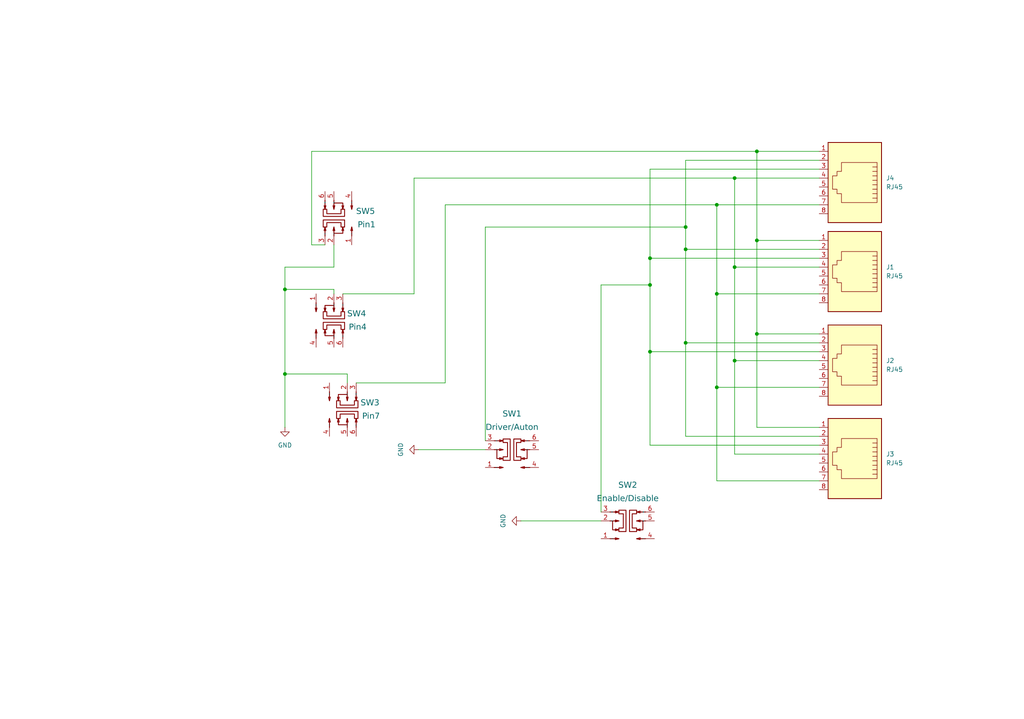
<source format=kicad_sch>
(kicad_sch
	(version 20250114)
	(generator "eeschema")
	(generator_version "9.0")
	(uuid "857c48cf-1c05-4729-977c-4e262b3e790e")
	(paper "User" 292.1 205.105)
	(lib_symbols
		(symbol "Connector:RJ45"
			(pin_names
				(offset 1.016)
			)
			(exclude_from_sim no)
			(in_bom yes)
			(on_board yes)
			(property "Reference" "J"
				(at -5.08 13.97 0)
				(effects
					(font
						(size 1.27 1.27)
					)
					(justify right)
				)
			)
			(property "Value" "RJ45"
				(at 2.54 13.97 0)
				(effects
					(font
						(size 1.27 1.27)
					)
					(justify left)
				)
			)
			(property "Footprint" ""
				(at 0 0.635 90)
				(effects
					(font
						(size 1.27 1.27)
					)
					(hide yes)
				)
			)
			(property "Datasheet" "~"
				(at 0 0.635 90)
				(effects
					(font
						(size 1.27 1.27)
					)
					(hide yes)
				)
			)
			(property "Description" "RJ connector, 8P8C (8 positions 8 connected)"
				(at 0 0 0)
				(effects
					(font
						(size 1.27 1.27)
					)
					(hide yes)
				)
			)
			(property "ki_keywords" "8P8C RJ socket connector"
				(at 0 0 0)
				(effects
					(font
						(size 1.27 1.27)
					)
					(hide yes)
				)
			)
			(property "ki_fp_filters" "8P8C* RJ31* RJ32* RJ33* RJ34* RJ35* RJ41* RJ45* RJ49* RJ61*"
				(at 0 0 0)
				(effects
					(font
						(size 1.27 1.27)
					)
					(hide yes)
				)
			)
			(symbol "RJ45_0_1"
				(polyline
					(pts
						(xy -6.35 1.905) (xy -5.08 1.905) (xy -5.08 1.905)
					)
					(stroke
						(width 0)
						(type default)
					)
					(fill
						(type none)
					)
				)
				(polyline
					(pts
						(xy -6.35 0.635) (xy -5.08 0.635) (xy -5.08 0.635)
					)
					(stroke
						(width 0)
						(type default)
					)
					(fill
						(type none)
					)
				)
				(polyline
					(pts
						(xy -6.35 -0.635) (xy -5.08 -0.635) (xy -5.08 -0.635)
					)
					(stroke
						(width 0)
						(type default)
					)
					(fill
						(type none)
					)
				)
				(polyline
					(pts
						(xy -6.35 -1.905) (xy -5.08 -1.905) (xy -5.08 -1.905)
					)
					(stroke
						(width 0)
						(type default)
					)
					(fill
						(type none)
					)
				)
				(polyline
					(pts
						(xy -6.35 -3.175) (xy -5.08 -3.175) (xy -5.08 -3.175)
					)
					(stroke
						(width 0)
						(type default)
					)
					(fill
						(type none)
					)
				)
				(polyline
					(pts
						(xy -6.35 -4.445) (xy -6.35 6.985) (xy 3.81 6.985) (xy 3.81 4.445) (xy 5.08 4.445) (xy 5.08 3.175)
						(xy 6.35 3.175) (xy 6.35 -0.635) (xy 5.08 -0.635) (xy 5.08 -1.905) (xy 3.81 -1.905) (xy 3.81 -4.445)
						(xy -6.35 -4.445) (xy -6.35 -4.445)
					)
					(stroke
						(width 0)
						(type default)
					)
					(fill
						(type none)
					)
				)
				(polyline
					(pts
						(xy -5.08 5.715) (xy -6.35 5.715)
					)
					(stroke
						(width 0)
						(type default)
					)
					(fill
						(type none)
					)
				)
				(polyline
					(pts
						(xy -5.08 4.445) (xy -6.35 4.445)
					)
					(stroke
						(width 0)
						(type default)
					)
					(fill
						(type none)
					)
				)
				(polyline
					(pts
						(xy -5.08 3.175) (xy -6.35 3.175) (xy -6.35 3.175)
					)
					(stroke
						(width 0)
						(type default)
					)
					(fill
						(type none)
					)
				)
				(rectangle
					(start 7.62 12.7)
					(end -7.62 -10.16)
					(stroke
						(width 0.254)
						(type default)
					)
					(fill
						(type background)
					)
				)
			)
			(symbol "RJ45_1_1"
				(pin passive line
					(at 10.16 10.16 180)
					(length 2.54)
					(name "~"
						(effects
							(font
								(size 1.27 1.27)
							)
						)
					)
					(number "8"
						(effects
							(font
								(size 1.27 1.27)
							)
						)
					)
				)
				(pin passive line
					(at 10.16 7.62 180)
					(length 2.54)
					(name "~"
						(effects
							(font
								(size 1.27 1.27)
							)
						)
					)
					(number "7"
						(effects
							(font
								(size 1.27 1.27)
							)
						)
					)
				)
				(pin passive line
					(at 10.16 5.08 180)
					(length 2.54)
					(name "~"
						(effects
							(font
								(size 1.27 1.27)
							)
						)
					)
					(number "6"
						(effects
							(font
								(size 1.27 1.27)
							)
						)
					)
				)
				(pin passive line
					(at 10.16 2.54 180)
					(length 2.54)
					(name "~"
						(effects
							(font
								(size 1.27 1.27)
							)
						)
					)
					(number "5"
						(effects
							(font
								(size 1.27 1.27)
							)
						)
					)
				)
				(pin passive line
					(at 10.16 0 180)
					(length 2.54)
					(name "~"
						(effects
							(font
								(size 1.27 1.27)
							)
						)
					)
					(number "4"
						(effects
							(font
								(size 1.27 1.27)
							)
						)
					)
				)
				(pin passive line
					(at 10.16 -2.54 180)
					(length 2.54)
					(name "~"
						(effects
							(font
								(size 1.27 1.27)
							)
						)
					)
					(number "3"
						(effects
							(font
								(size 1.27 1.27)
							)
						)
					)
				)
				(pin passive line
					(at 10.16 -5.08 180)
					(length 2.54)
					(name "~"
						(effects
							(font
								(size 1.27 1.27)
							)
						)
					)
					(number "2"
						(effects
							(font
								(size 1.27 1.27)
							)
						)
					)
				)
				(pin passive line
					(at 10.16 -7.62 180)
					(length 2.54)
					(name "~"
						(effects
							(font
								(size 1.27 1.27)
							)
						)
					)
					(number "1"
						(effects
							(font
								(size 1.27 1.27)
							)
						)
					)
				)
			)
			(embedded_fonts no)
		)
		(symbol "Library:MS-22D28-G020"
			(exclude_from_sim no)
			(in_bom yes)
			(on_board yes)
			(property "Reference" "SW1"
				(at 3.556 0.8509 0)
				(effects
					(font
						(face "Arial")
						(size 1.6891 1.6891)
					)
					(justify left top)
				)
			)
			(property "Value" "MS-22D28-G020"
				(at 3.556 -1.4351 0)
				(effects
					(font
						(face "Arial")
						(size 1.6891 1.6891)
					)
					(justify left top)
				)
			)
			(property "Footprint" ""
				(at 0 0 0)
				(effects
					(font
						(size 1.27 1.27)
					)
					(hide yes)
				)
			)
			(property "Datasheet" ""
				(at 0 0 0)
				(effects
					(font
						(size 1.27 1.27)
					)
					(hide yes)
				)
			)
			(property "Description" ""
				(at 0 0 0)
				(effects
					(font
						(size 1.27 1.27)
					)
					(hide yes)
				)
			)
			(property "Manufacturer Part" "MS-22D28-G020"
				(at 0 0 0)
				(effects
					(font
						(size 1.27 1.27)
					)
					(hide yes)
				)
			)
			(property "Manufacturer" "G-Switch(品赞)"
				(at 0 0 0)
				(effects
					(font
						(size 1.27 1.27)
					)
					(hide yes)
				)
			)
			(property "Supplier Part" "C963205"
				(at 0 0 0)
				(effects
					(font
						(size 1.27 1.27)
					)
					(hide yes)
				)
			)
			(property "Supplier" "LCSC"
				(at 0 0 0)
				(effects
					(font
						(size 1.27 1.27)
					)
					(hide yes)
				)
			)
			(symbol "MS-22D28-G020_0_0"
				(polyline
					(pts
						(xy -5.08 5.08) (xy -5.08 2.54) (xy -4.826 3.556)
					)
					(stroke
						(width 0.254)
						(type solid)
					)
					(fill
						(type none)
					)
				)
				(polyline
					(pts
						(xy -5.08 2.54) (xy -5.334 3.556)
					)
					(stroke
						(width 0.254)
						(type solid)
					)
					(fill
						(type none)
					)
				)
				(polyline
					(pts
						(xy -5.08 -2.54) (xy -5.334 -3.556)
					)
					(stroke
						(width 0.254)
						(type solid)
					)
					(fill
						(type none)
					)
				)
				(polyline
					(pts
						(xy -5.08 -5.08) (xy -5.08 -2.54) (xy -4.826 -3.556)
					)
					(stroke
						(width 0.254)
						(type solid)
					)
					(fill
						(type none)
					)
				)
				(polyline
					(pts
						(xy -3.048 1.27) (xy -3.048 2.54) (xy -2.032 2.54) (xy -2.032 1.27) (xy 2.032 1.27) (xy 2.032 2.54)
						(xy 3.048 2.54) (xy 3.048 0.508) (xy -3.048 0.508) (xy -3.048 1.27)
					)
					(stroke
						(width 0.254)
						(type solid)
					)
					(fill
						(type none)
					)
				)
				(polyline
					(pts
						(xy -3.048 -1.27) (xy -3.048 -2.54) (xy -2.032 -2.54) (xy -2.032 -1.27) (xy 2.032 -1.27) (xy 2.032 -2.54)
						(xy 3.048 -2.54) (xy 3.048 -0.508) (xy -3.048 -0.508) (xy -3.048 -1.27)
					)
					(stroke
						(width 0.254)
						(type solid)
					)
					(fill
						(type none)
					)
				)
				(polyline
					(pts
						(xy -2.54 2.54) (xy -2.794 3.556)
					)
					(stroke
						(width 0.254)
						(type solid)
					)
					(fill
						(type none)
					)
				)
				(polyline
					(pts
						(xy -2.54 2.54) (xy -2.286 3.556)
					)
					(stroke
						(width 0.254)
						(type solid)
					)
					(fill
						(type none)
					)
				)
				(polyline
					(pts
						(xy -2.54 2.54) (xy -2.54 4.318) (xy 0 4.318)
					)
					(stroke
						(width 0.254)
						(type solid)
					)
					(fill
						(type none)
					)
				)
				(polyline
					(pts
						(xy -2.54 -2.54) (xy -2.794 -3.556)
					)
					(stroke
						(width 0.254)
						(type solid)
					)
					(fill
						(type none)
					)
				)
				(polyline
					(pts
						(xy -2.54 -2.54) (xy -2.286 -3.556)
					)
					(stroke
						(width 0.254)
						(type solid)
					)
					(fill
						(type none)
					)
				)
				(polyline
					(pts
						(xy -2.54 -2.54) (xy -2.54 -4.318) (xy 0 -4.318)
					)
					(stroke
						(width 0.254)
						(type solid)
					)
					(fill
						(type none)
					)
				)
				(polyline
					(pts
						(xy 0 5.08) (xy 0 2.54) (xy -0.254 3.556)
					)
					(stroke
						(width 0.254)
						(type solid)
					)
					(fill
						(type none)
					)
				)
				(polyline
					(pts
						(xy 0 2.54) (xy 0.254 3.556)
					)
					(stroke
						(width 0.254)
						(type solid)
					)
					(fill
						(type none)
					)
				)
				(polyline
					(pts
						(xy 0 -2.54) (xy 0.254 -3.556)
					)
					(stroke
						(width 0.254)
						(type solid)
					)
					(fill
						(type none)
					)
				)
				(polyline
					(pts
						(xy 0 -5.08) (xy 0 -2.54) (xy -0.254 -3.556)
					)
					(stroke
						(width 0.254)
						(type solid)
					)
					(fill
						(type none)
					)
				)
				(polyline
					(pts
						(xy 2.54 2.54) (xy 2.286 3.556)
					)
					(stroke
						(width 0.254)
						(type solid)
					)
					(fill
						(type none)
					)
				)
				(polyline
					(pts
						(xy 2.54 2.54) (xy 2.54 5.08)
					)
					(stroke
						(width 0.254)
						(type solid)
					)
					(fill
						(type none)
					)
				)
				(polyline
					(pts
						(xy 2.54 2.54) (xy 2.794 3.556)
					)
					(stroke
						(width 0.254)
						(type solid)
					)
					(fill
						(type none)
					)
				)
				(polyline
					(pts
						(xy 2.54 -2.54) (xy 2.286 -3.556)
					)
					(stroke
						(width 0.254)
						(type solid)
					)
					(fill
						(type none)
					)
				)
				(polyline
					(pts
						(xy 2.54 -2.54) (xy 2.54 -5.08)
					)
					(stroke
						(width 0.254)
						(type solid)
					)
					(fill
						(type none)
					)
				)
				(polyline
					(pts
						(xy 2.54 -2.54) (xy 2.794 -3.556)
					)
					(stroke
						(width 0.254)
						(type solid)
					)
					(fill
						(type none)
					)
				)
				(pin unspecified line
					(at -5.08 7.62 270)
					(length 2.54)
					(name "1"
						(effects
							(font
								(size 0.0254 0.0254)
							)
						)
					)
					(number "1"
						(effects
							(font
								(size 1.27 1.27)
							)
						)
					)
				)
				(pin unspecified line
					(at -5.08 -7.62 90)
					(length 2.54)
					(name "4"
						(effects
							(font
								(size 0.0254 0.0254)
							)
						)
					)
					(number "4"
						(effects
							(font
								(size 1.27 1.27)
							)
						)
					)
				)
				(pin unspecified line
					(at 0 7.62 270)
					(length 2.54)
					(name "2"
						(effects
							(font
								(size 0.0254 0.0254)
							)
						)
					)
					(number "2"
						(effects
							(font
								(size 1.27 1.27)
							)
						)
					)
				)
				(pin unspecified line
					(at 0 -7.62 90)
					(length 2.54)
					(name "5"
						(effects
							(font
								(size 0.0254 0.0254)
							)
						)
					)
					(number "5"
						(effects
							(font
								(size 1.27 1.27)
							)
						)
					)
				)
				(pin unspecified line
					(at 2.54 7.62 270)
					(length 2.54)
					(name "3"
						(effects
							(font
								(size 0.0254 0.0254)
							)
						)
					)
					(number "3"
						(effects
							(font
								(size 1.27 1.27)
							)
						)
					)
				)
				(pin unspecified line
					(at 2.54 -7.62 90)
					(length 2.54)
					(name "6"
						(effects
							(font
								(size 0.0254 0.0254)
							)
						)
					)
					(number "6"
						(effects
							(font
								(size 1.27 1.27)
							)
						)
					)
				)
			)
			(embedded_fonts no)
		)
		(symbol "power:GND"
			(power)
			(pin_numbers
				(hide yes)
			)
			(pin_names
				(offset 0)
				(hide yes)
			)
			(exclude_from_sim no)
			(in_bom yes)
			(on_board yes)
			(property "Reference" "#PWR"
				(at 0 -6.35 0)
				(effects
					(font
						(size 1.27 1.27)
					)
					(hide yes)
				)
			)
			(property "Value" "GND"
				(at 0 -3.81 0)
				(effects
					(font
						(size 1.27 1.27)
					)
				)
			)
			(property "Footprint" ""
				(at 0 0 0)
				(effects
					(font
						(size 1.27 1.27)
					)
					(hide yes)
				)
			)
			(property "Datasheet" ""
				(at 0 0 0)
				(effects
					(font
						(size 1.27 1.27)
					)
					(hide yes)
				)
			)
			(property "Description" "Power symbol creates a global label with name \"GND\" , ground"
				(at 0 0 0)
				(effects
					(font
						(size 1.27 1.27)
					)
					(hide yes)
				)
			)
			(property "ki_keywords" "global power"
				(at 0 0 0)
				(effects
					(font
						(size 1.27 1.27)
					)
					(hide yes)
				)
			)
			(symbol "GND_0_1"
				(polyline
					(pts
						(xy 0 0) (xy 0 -1.27) (xy 1.27 -1.27) (xy 0 -2.54) (xy -1.27 -1.27) (xy 0 -1.27)
					)
					(stroke
						(width 0)
						(type default)
					)
					(fill
						(type none)
					)
				)
			)
			(symbol "GND_1_1"
				(pin power_in line
					(at 0 0 270)
					(length 0)
					(name "~"
						(effects
							(font
								(size 1.27 1.27)
							)
						)
					)
					(number "1"
						(effects
							(font
								(size 1.27 1.27)
							)
						)
					)
				)
			)
			(embedded_fonts no)
		)
	)
	(junction
		(at 204.47 83.82)
		(diameter 0)
		(color 0 0 0 0)
		(uuid "0ffbbe62-6b70-4dfe-80c4-29e132ff4a66")
	)
	(junction
		(at 195.58 97.79)
		(diameter 0)
		(color 0 0 0 0)
		(uuid "1b4466b5-fba6-40f8-8832-1afad605607f")
	)
	(junction
		(at 209.55 50.8)
		(diameter 0)
		(color 0 0 0 0)
		(uuid "39bef134-1585-4fca-9565-6a65c53d6465")
	)
	(junction
		(at 185.42 73.66)
		(diameter 0)
		(color 0 0 0 0)
		(uuid "3dbe2eca-de3e-49a9-8835-fe50e350ed7e")
	)
	(junction
		(at 215.9 68.58)
		(diameter 0)
		(color 0 0 0 0)
		(uuid "3ffc1dbc-f575-4ffd-98de-898ac030f794")
	)
	(junction
		(at 195.58 71.12)
		(diameter 0)
		(color 0 0 0 0)
		(uuid "4213702e-f6b0-46f8-96a6-90379b8df6d2")
	)
	(junction
		(at 204.47 110.49)
		(diameter 0)
		(color 0 0 0 0)
		(uuid "6fd83469-a338-4bbb-9423-8159a95c6b3a")
	)
	(junction
		(at 185.42 100.33)
		(diameter 0)
		(color 0 0 0 0)
		(uuid "77a2e512-62ec-4c76-a6b3-19e0e1e9f54a")
	)
	(junction
		(at 215.9 95.25)
		(diameter 0)
		(color 0 0 0 0)
		(uuid "8bf57628-ecd1-4171-a9b6-1e84a8939e04")
	)
	(junction
		(at 209.55 102.87)
		(diameter 0)
		(color 0 0 0 0)
		(uuid "92a82ef1-f5aa-4b80-807a-f183bf5c636a")
	)
	(junction
		(at 195.58 64.77)
		(diameter 0)
		(color 0 0 0 0)
		(uuid "9a34a94a-6dbc-40f4-b4fe-627ce87b2514")
	)
	(junction
		(at 204.47 58.42)
		(diameter 0)
		(color 0 0 0 0)
		(uuid "9fedc6e5-a9f8-41c8-b9e2-98fb0b287db2")
	)
	(junction
		(at 81.28 82.55)
		(diameter 0)
		(color 0 0 0 0)
		(uuid "db2d594d-8dbd-42c9-a9b2-681e3a91551f")
	)
	(junction
		(at 185.42 81.28)
		(diameter 0)
		(color 0 0 0 0)
		(uuid "e40b49af-dfd9-47e5-a99a-18d41764325a")
	)
	(junction
		(at 209.55 76.2)
		(diameter 0)
		(color 0 0 0 0)
		(uuid "eb8d4770-b7c6-40a9-9832-2a39759a7f8b")
	)
	(junction
		(at 81.28 106.68)
		(diameter 0)
		(color 0 0 0 0)
		(uuid "ee32a41e-bc05-4120-b8c2-f06a4ba767e9")
	)
	(junction
		(at 215.9 43.18)
		(diameter 0)
		(color 0 0 0 0)
		(uuid "f9c3babc-4a12-47c4-a021-753bdb9f831c")
	)
	(wire
		(pts
			(xy 88.9 43.18) (xy 88.9 69.85)
		)
		(stroke
			(width 0)
			(type default)
		)
		(uuid "05b30a1a-3668-4123-a17a-407d3053c166")
	)
	(wire
		(pts
			(xy 233.68 43.18) (xy 215.9 43.18)
		)
		(stroke
			(width 0)
			(type default)
		)
		(uuid "0605672b-b8d0-4c78-af15-f0413f7442e6")
	)
	(wire
		(pts
			(xy 215.9 95.25) (xy 233.68 95.25)
		)
		(stroke
			(width 0)
			(type default)
		)
		(uuid "07033d87-686d-4c26-903d-981a55156d72")
	)
	(wire
		(pts
			(xy 185.42 48.26) (xy 185.42 73.66)
		)
		(stroke
			(width 0)
			(type default)
		)
		(uuid "07af304e-0408-4da8-8063-850def8168ed")
	)
	(wire
		(pts
			(xy 204.47 110.49) (xy 204.47 137.16)
		)
		(stroke
			(width 0)
			(type default)
		)
		(uuid "0db8b31e-7d1c-4780-b0a3-99d73fec1f55")
	)
	(wire
		(pts
			(xy 185.42 81.28) (xy 185.42 100.33)
		)
		(stroke
			(width 0)
			(type default)
		)
		(uuid "13a525fd-b3c3-4f04-b570-f3f91e2600df")
	)
	(wire
		(pts
			(xy 95.25 83.82) (xy 95.25 82.55)
		)
		(stroke
			(width 0)
			(type default)
		)
		(uuid "14015324-fcca-40ac-af4f-4ecbc40a9fc2")
	)
	(wire
		(pts
			(xy 215.9 68.58) (xy 233.68 68.58)
		)
		(stroke
			(width 0)
			(type default)
		)
		(uuid "17f9522a-a1d3-4857-b82d-deaa476e3c38")
	)
	(wire
		(pts
			(xy 95.25 69.85) (xy 95.25 76.2)
		)
		(stroke
			(width 0)
			(type default)
		)
		(uuid "24b39c7e-7d4a-4508-b5d4-30f78a7ff468")
	)
	(wire
		(pts
			(xy 81.28 76.2) (xy 95.25 76.2)
		)
		(stroke
			(width 0)
			(type default)
		)
		(uuid "2db5728e-7e58-43c1-b73f-152119f626d4")
	)
	(wire
		(pts
			(xy 171.45 81.28) (xy 171.45 146.05)
		)
		(stroke
			(width 0)
			(type default)
		)
		(uuid "2f3e6e54-d644-4770-9f21-af17d95224b0")
	)
	(wire
		(pts
			(xy 138.43 64.77) (xy 138.43 125.73)
		)
		(stroke
			(width 0)
			(type default)
		)
		(uuid "38d3f1f6-ee99-42a6-b3b7-3e2561fcf755")
	)
	(wire
		(pts
			(xy 185.42 100.33) (xy 185.42 127)
		)
		(stroke
			(width 0)
			(type default)
		)
		(uuid "39fc8bdd-da05-4bc0-9940-a865345cca76")
	)
	(wire
		(pts
			(xy 195.58 97.79) (xy 195.58 124.46)
		)
		(stroke
			(width 0)
			(type default)
		)
		(uuid "3dea910d-c7d6-4ee1-a968-7d711019202a")
	)
	(wire
		(pts
			(xy 195.58 71.12) (xy 233.68 71.12)
		)
		(stroke
			(width 0)
			(type default)
		)
		(uuid "3f13961d-ab36-48df-9776-189c0461090f")
	)
	(wire
		(pts
			(xy 88.9 69.85) (xy 92.71 69.85)
		)
		(stroke
			(width 0)
			(type default)
		)
		(uuid "3f7fa3d7-8f01-453b-afc0-dfc6c2eda9d5")
	)
	(wire
		(pts
			(xy 195.58 124.46) (xy 233.68 124.46)
		)
		(stroke
			(width 0)
			(type default)
		)
		(uuid "43218615-3d74-44e5-bf4e-6083effa8c1a")
	)
	(wire
		(pts
			(xy 209.55 50.8) (xy 209.55 76.2)
		)
		(stroke
			(width 0)
			(type default)
		)
		(uuid "48c2cc95-89c3-439a-be28-c14cacc83916")
	)
	(wire
		(pts
			(xy 209.55 50.8) (xy 118.11 50.8)
		)
		(stroke
			(width 0)
			(type default)
		)
		(uuid "4ee372c4-26ca-49de-ae7a-41b75176ea1a")
	)
	(wire
		(pts
			(xy 195.58 45.72) (xy 195.58 64.77)
		)
		(stroke
			(width 0)
			(type default)
		)
		(uuid "4ee51e7f-60f7-49ce-aa88-e08e74da5a5c")
	)
	(wire
		(pts
			(xy 185.42 127) (xy 233.68 127)
		)
		(stroke
			(width 0)
			(type default)
		)
		(uuid "50c773c5-020a-4166-a78b-774a551710b8")
	)
	(wire
		(pts
			(xy 118.11 50.8) (xy 118.11 83.82)
		)
		(stroke
			(width 0)
			(type default)
		)
		(uuid "5599793e-f08c-4dfb-9982-139cbc482c2f")
	)
	(wire
		(pts
			(xy 88.9 43.18) (xy 215.9 43.18)
		)
		(stroke
			(width 0)
			(type default)
		)
		(uuid "572dde5c-911b-4b28-8323-7112211ff180")
	)
	(wire
		(pts
			(xy 233.68 45.72) (xy 195.58 45.72)
		)
		(stroke
			(width 0)
			(type default)
		)
		(uuid "58a7553c-5d8e-409a-a488-4072f22907ec")
	)
	(wire
		(pts
			(xy 99.06 106.68) (xy 81.28 106.68)
		)
		(stroke
			(width 0)
			(type default)
		)
		(uuid "5e37620f-e19d-4ddd-b78a-044c7a9a93b0")
	)
	(wire
		(pts
			(xy 185.42 81.28) (xy 171.45 81.28)
		)
		(stroke
			(width 0)
			(type default)
		)
		(uuid "5ed0ada3-12a6-4688-ba34-b8a33db94df5")
	)
	(wire
		(pts
			(xy 185.42 100.33) (xy 233.68 100.33)
		)
		(stroke
			(width 0)
			(type default)
		)
		(uuid "667f3ffa-bca5-48fd-a9ac-f6c84ef39ffe")
	)
	(wire
		(pts
			(xy 195.58 64.77) (xy 195.58 71.12)
		)
		(stroke
			(width 0)
			(type default)
		)
		(uuid "69714ac2-c68a-4f66-b12b-89b0a0d40a6a")
	)
	(wire
		(pts
			(xy 204.47 110.49) (xy 233.68 110.49)
		)
		(stroke
			(width 0)
			(type default)
		)
		(uuid "6babfbc9-1631-42a0-bdd3-98425dd7544f")
	)
	(wire
		(pts
			(xy 215.9 43.18) (xy 215.9 68.58)
		)
		(stroke
			(width 0)
			(type default)
		)
		(uuid "6d748475-1b59-472b-bc8a-6ed4bf3c4f42")
	)
	(wire
		(pts
			(xy 195.58 71.12) (xy 195.58 97.79)
		)
		(stroke
			(width 0)
			(type default)
		)
		(uuid "75a46367-4e2a-4c02-a6b7-53f550085bef")
	)
	(wire
		(pts
			(xy 233.68 50.8) (xy 209.55 50.8)
		)
		(stroke
			(width 0)
			(type default)
		)
		(uuid "7cae5496-52cc-4b72-91f1-0697e311af2c")
	)
	(wire
		(pts
			(xy 209.55 76.2) (xy 209.55 102.87)
		)
		(stroke
			(width 0)
			(type default)
		)
		(uuid "826a1b8d-706c-4797-8ec4-2d5c746e94f7")
	)
	(wire
		(pts
			(xy 204.47 58.42) (xy 204.47 83.82)
		)
		(stroke
			(width 0)
			(type default)
		)
		(uuid "8798b6f4-0a17-402b-864e-5b43a9417cf9")
	)
	(wire
		(pts
			(xy 81.28 82.55) (xy 81.28 106.68)
		)
		(stroke
			(width 0)
			(type default)
		)
		(uuid "9108cd3d-7b11-45a9-aae3-86cd554dbe0b")
	)
	(wire
		(pts
			(xy 81.28 76.2) (xy 81.28 82.55)
		)
		(stroke
			(width 0)
			(type default)
		)
		(uuid "92ee4f68-e8c6-4cfc-b675-ad047903255c")
	)
	(wire
		(pts
			(xy 195.58 64.77) (xy 138.43 64.77)
		)
		(stroke
			(width 0)
			(type default)
		)
		(uuid "95fb98a3-1e54-49b0-a707-4efc49f12836")
	)
	(wire
		(pts
			(xy 209.55 76.2) (xy 233.68 76.2)
		)
		(stroke
			(width 0)
			(type default)
		)
		(uuid "968df87d-9d0e-4ccd-a241-b4d17749067e")
	)
	(wire
		(pts
			(xy 81.28 106.68) (xy 81.28 121.92)
		)
		(stroke
			(width 0)
			(type default)
		)
		(uuid "9e326f8b-8b92-4587-acc5-b6494fa0fc54")
	)
	(wire
		(pts
			(xy 215.9 95.25) (xy 215.9 121.92)
		)
		(stroke
			(width 0)
			(type default)
		)
		(uuid "aad5767d-8dd6-494c-be94-36bc662dae7e")
	)
	(wire
		(pts
			(xy 233.68 58.42) (xy 204.47 58.42)
		)
		(stroke
			(width 0)
			(type default)
		)
		(uuid "acf873cf-507a-4efc-a6c1-61cec97bfb90")
	)
	(wire
		(pts
			(xy 185.42 73.66) (xy 233.68 73.66)
		)
		(stroke
			(width 0)
			(type default)
		)
		(uuid "b63fa42e-a2e0-4b52-a1ab-26eeb9ba2b9e")
	)
	(wire
		(pts
			(xy 209.55 102.87) (xy 233.68 102.87)
		)
		(stroke
			(width 0)
			(type default)
		)
		(uuid "b77a2b87-f29c-41e2-aba2-c15358b57941")
	)
	(wire
		(pts
			(xy 127 58.42) (xy 127 109.22)
		)
		(stroke
			(width 0)
			(type default)
		)
		(uuid "ba566d3a-3382-4731-811c-fdefa22ac5ee")
	)
	(wire
		(pts
			(xy 204.47 137.16) (xy 233.68 137.16)
		)
		(stroke
			(width 0)
			(type default)
		)
		(uuid "c0cdefd8-09f2-4150-8570-d03a245e1c48")
	)
	(wire
		(pts
			(xy 233.68 48.26) (xy 185.42 48.26)
		)
		(stroke
			(width 0)
			(type default)
		)
		(uuid "c1ab073c-d5a3-45ba-b88d-5dcfdfd7b648")
	)
	(wire
		(pts
			(xy 209.55 129.54) (xy 233.68 129.54)
		)
		(stroke
			(width 0)
			(type default)
		)
		(uuid "c5969dfc-48b9-4090-83f1-de4836ac96d1")
	)
	(wire
		(pts
			(xy 185.42 73.66) (xy 185.42 81.28)
		)
		(stroke
			(width 0)
			(type default)
		)
		(uuid "c5b287e2-700f-4ba9-bdcd-589063c1a347")
	)
	(wire
		(pts
			(xy 215.9 68.58) (xy 215.9 95.25)
		)
		(stroke
			(width 0)
			(type default)
		)
		(uuid "c7bb1f8b-f887-4289-b3c5-d87a81ff8613")
	)
	(wire
		(pts
			(xy 204.47 83.82) (xy 204.47 110.49)
		)
		(stroke
			(width 0)
			(type default)
		)
		(uuid "d4f44752-ac6d-4629-864a-8eafdf548c8a")
	)
	(wire
		(pts
			(xy 119.38 128.27) (xy 138.43 128.27)
		)
		(stroke
			(width 0)
			(type default)
		)
		(uuid "d68c1238-e3c3-498c-ad2a-003c5ef575ec")
	)
	(wire
		(pts
			(xy 148.59 148.59) (xy 171.45 148.59)
		)
		(stroke
			(width 0)
			(type default)
		)
		(uuid "db1930b4-8f35-421c-b3b7-6e577eb7299b")
	)
	(wire
		(pts
			(xy 118.11 83.82) (xy 97.79 83.82)
		)
		(stroke
			(width 0)
			(type default)
		)
		(uuid "e062be13-dfef-4c6c-b723-d6f794b67a71")
	)
	(wire
		(pts
			(xy 215.9 121.92) (xy 233.68 121.92)
		)
		(stroke
			(width 0)
			(type default)
		)
		(uuid "e10e37a7-3b0e-4ebf-8034-a5d82ced2ae3")
	)
	(wire
		(pts
			(xy 204.47 83.82) (xy 233.68 83.82)
		)
		(stroke
			(width 0)
			(type default)
		)
		(uuid "e28fa115-4ed4-49ff-99c1-735de5254e9c")
	)
	(wire
		(pts
			(xy 95.25 82.55) (xy 81.28 82.55)
		)
		(stroke
			(width 0)
			(type default)
		)
		(uuid "e8569b9e-fc95-479d-ae87-d4da8a3d1b21")
	)
	(wire
		(pts
			(xy 204.47 58.42) (xy 127 58.42)
		)
		(stroke
			(width 0)
			(type default)
		)
		(uuid "e92334dc-2a1c-492b-8eca-3c485ba11f73")
	)
	(wire
		(pts
			(xy 209.55 102.87) (xy 209.55 129.54)
		)
		(stroke
			(width 0)
			(type default)
		)
		(uuid "ed0ed95c-f38a-4ea1-a31f-62724c992fb3")
	)
	(wire
		(pts
			(xy 127 109.22) (xy 101.6 109.22)
		)
		(stroke
			(width 0)
			(type default)
		)
		(uuid "f30b6278-0fa0-4708-b289-7c5394a95286")
	)
	(wire
		(pts
			(xy 99.06 109.22) (xy 99.06 106.68)
		)
		(stroke
			(width 0)
			(type default)
		)
		(uuid "fa107cee-b520-4650-a15f-fc2844b43d77")
	)
	(wire
		(pts
			(xy 195.58 97.79) (xy 233.68 97.79)
		)
		(stroke
			(width 0)
			(type default)
		)
		(uuid "fb92146b-134a-4c4a-9226-86214cf5b93c")
	)
	(symbol
		(lib_id "Library:MS-22D28-G020")
		(at 95.25 62.23 180)
		(unit 1)
		(exclude_from_sim no)
		(in_bom yes)
		(on_board yes)
		(dnp no)
		(fields_autoplaced yes)
		(uuid "0e8b6200-d4a0-429b-9429-6d408e29befd")
		(property "Reference" "SW5"
			(at 101.6 60.3249 0)
			(effects
				(font
					(face "Arial")
					(size 1.6891 1.6891)
				)
				(justify right)
			)
		)
		(property "Value" "Pin1"
			(at 101.6 64.1349 0)
			(effects
				(font
					(face "Arial")
					(size 1.6891 1.6891)
				)
				(justify right)
			)
		)
		(property "Footprint" "Library:SW-SMD_MS-22D28-G020"
			(at 95.25 62.23 0)
			(effects
				(font
					(size 1.27 1.27)
				)
				(hide yes)
			)
		)
		(property "Datasheet" ""
			(at 95.25 62.23 0)
			(effects
				(font
					(size 1.27 1.27)
				)
				(hide yes)
			)
		)
		(property "Description" ""
			(at 95.25 62.23 0)
			(effects
				(font
					(size 1.27 1.27)
				)
				(hide yes)
			)
		)
		(property "Manufacturer Part" "MS-22D28-G020"
			(at 95.25 62.23 0)
			(effects
				(font
					(size 1.27 1.27)
				)
				(hide yes)
			)
		)
		(property "Manufacturer" "G-Switch(品赞)"
			(at 95.25 62.23 0)
			(effects
				(font
					(size 1.27 1.27)
				)
				(hide yes)
			)
		)
		(property "Supplier Part" "C963205"
			(at 95.25 62.23 0)
			(effects
				(font
					(size 1.27 1.27)
				)
				(hide yes)
			)
		)
		(property "Supplier" "LCSC"
			(at 95.25 62.23 0)
			(effects
				(font
					(size 1.27 1.27)
				)
				(hide yes)
			)
		)
		(pin "5"
			(uuid "1207704a-d065-41cd-8231-7cb6ba73c035")
		)
		(pin "6"
			(uuid "ef9d4f72-71e2-4d27-99b6-24d31b986a6b")
		)
		(pin "4"
			(uuid "f0b936e9-8c45-4f13-be8b-b3074daea1ca")
		)
		(pin "3"
			(uuid "4dac8a8c-b639-4636-b90a-20b045d2b910")
		)
		(pin "2"
			(uuid "4eaf79e4-ca42-4c48-8d8b-104e48d903c8")
		)
		(pin "1"
			(uuid "805f8cbd-f55c-43df-a25c-f4b7050e7d18")
		)
		(instances
			(project ""
				(path "/857c48cf-1c05-4729-977c-4e262b3e790e"
					(reference "SW5")
					(unit 1)
				)
			)
		)
	)
	(symbol
		(lib_id "Library:MS-22D28-G020")
		(at 95.25 91.44 0)
		(unit 1)
		(exclude_from_sim no)
		(in_bom yes)
		(on_board yes)
		(dnp no)
		(fields_autoplaced yes)
		(uuid "15413013-ee2e-46b0-a0ce-8eb6032b4acb")
		(property "Reference" "SW4"
			(at 99.06 89.5349 0)
			(effects
				(font
					(face "Arial")
					(size 1.6891 1.6891)
				)
				(justify left)
			)
		)
		(property "Value" "Pin4"
			(at 99.06 93.3449 0)
			(effects
				(font
					(face "Arial")
					(size 1.6891 1.6891)
				)
				(justify left)
			)
		)
		(property "Footprint" "Library:SW-SMD_MS-22D28-G020"
			(at 95.25 91.44 0)
			(effects
				(font
					(size 1.27 1.27)
				)
				(hide yes)
			)
		)
		(property "Datasheet" ""
			(at 95.25 91.44 0)
			(effects
				(font
					(size 1.27 1.27)
				)
				(hide yes)
			)
		)
		(property "Description" ""
			(at 95.25 91.44 0)
			(effects
				(font
					(size 1.27 1.27)
				)
				(hide yes)
			)
		)
		(property "Manufacturer Part" "MS-22D28-G020"
			(at 95.25 91.44 0)
			(effects
				(font
					(size 1.27 1.27)
				)
				(hide yes)
			)
		)
		(property "Manufacturer" "G-Switch(品赞)"
			(at 95.25 91.44 0)
			(effects
				(font
					(size 1.27 1.27)
				)
				(hide yes)
			)
		)
		(property "Supplier Part" "C963205"
			(at 95.25 91.44 0)
			(effects
				(font
					(size 1.27 1.27)
				)
				(hide yes)
			)
		)
		(property "Supplier" "LCSC"
			(at 95.25 91.44 0)
			(effects
				(font
					(size 1.27 1.27)
				)
				(hide yes)
			)
		)
		(pin "5"
			(uuid "407c5dc2-8d8b-4722-be8e-8cc0f8abc2d9")
		)
		(pin "3"
			(uuid "3b58476d-f90d-460a-8786-7fee5b9928e2")
		)
		(pin "2"
			(uuid "b9f0a6ff-b4d4-4b88-b676-b20aeacbea18")
		)
		(pin "4"
			(uuid "caad8e62-ade4-42d4-9580-e19a3351e613")
		)
		(pin "6"
			(uuid "9e9606cc-f359-43b6-83c6-e44cf96ecdcb")
		)
		(pin "1"
			(uuid "337d3683-8778-40d4-9d3b-5b793c5449ee")
		)
		(instances
			(project ""
				(path "/857c48cf-1c05-4729-977c-4e262b3e790e"
					(reference "SW4")
					(unit 1)
				)
			)
		)
	)
	(symbol
		(lib_id "Connector:RJ45")
		(at 243.84 129.54 180)
		(unit 1)
		(exclude_from_sim no)
		(in_bom yes)
		(on_board yes)
		(dnp no)
		(fields_autoplaced yes)
		(uuid "2a2d26e1-2841-43c9-b546-b27445567155")
		(property "Reference" "J3"
			(at 252.73 129.5399 0)
			(effects
				(font
					(size 1.27 1.27)
				)
				(justify right)
			)
		)
		(property "Value" "RJ45"
			(at 252.73 132.0799 0)
			(effects
				(font
					(size 1.27 1.27)
				)
				(justify right)
			)
		)
		(property "Footprint" "RJ45Connector:RJ45-TH_RC0139"
			(at 243.84 130.175 90)
			(effects
				(font
					(size 1.27 1.27)
				)
				(hide yes)
			)
		)
		(property "Datasheet" "~"
			(at 243.84 130.175 90)
			(effects
				(font
					(size 1.27 1.27)
				)
				(hide yes)
			)
		)
		(property "Description" "RJ connector, 8P8C (8 positions 8 connected)"
			(at 243.84 129.54 0)
			(effects
				(font
					(size 1.27 1.27)
				)
				(hide yes)
			)
		)
		(pin "7"
			(uuid "50430f69-5fe7-41d7-bbb5-ada5fc3f529c")
		)
		(pin "8"
			(uuid "d3f07235-44e6-4db5-8d3d-65f95758d261")
		)
		(pin "4"
			(uuid "60a4803d-8184-4bb7-9e53-eded3210cde9")
		)
		(pin "1"
			(uuid "a3307bfa-772a-4a6c-839b-9a5838488fe9")
		)
		(pin "6"
			(uuid "53220acd-a513-4e65-8a4e-991d8ff46c77")
		)
		(pin "3"
			(uuid "c0a12b5b-5e8f-49a3-84e5-3920a1c4ffdd")
		)
		(pin "5"
			(uuid "0a49d690-126d-45fe-a485-f435ef5cc205")
		)
		(pin "2"
			(uuid "66264d01-0f2b-4e87-b00a-e3214206941d")
		)
		(instances
			(project "new"
				(path "/857c48cf-1c05-4729-977c-4e262b3e790e"
					(reference "J3")
					(unit 1)
				)
			)
		)
	)
	(symbol
		(lib_id "Connector:RJ45")
		(at 243.84 50.8 180)
		(unit 1)
		(exclude_from_sim no)
		(in_bom yes)
		(on_board yes)
		(dnp no)
		(fields_autoplaced yes)
		(uuid "3156b933-238a-453a-844b-0deabb88710a")
		(property "Reference" "J4"
			(at 252.73 50.7999 0)
			(effects
				(font
					(size 1.27 1.27)
				)
				(justify right)
			)
		)
		(property "Value" "RJ45"
			(at 252.73 53.3399 0)
			(effects
				(font
					(size 1.27 1.27)
				)
				(justify right)
			)
		)
		(property "Footprint" "RJ45Connector:RJ45-TH_RC0139"
			(at 243.84 51.435 90)
			(effects
				(font
					(size 1.27 1.27)
				)
				(hide yes)
			)
		)
		(property "Datasheet" "~"
			(at 243.84 51.435 90)
			(effects
				(font
					(size 1.27 1.27)
				)
				(hide yes)
			)
		)
		(property "Description" "RJ connector, 8P8C (8 positions 8 connected)"
			(at 243.84 50.8 0)
			(effects
				(font
					(size 1.27 1.27)
				)
				(hide yes)
			)
		)
		(pin "7"
			(uuid "7d2a9eaf-3830-46e5-9449-fa089bed0518")
		)
		(pin "8"
			(uuid "c0861313-15d3-4995-b706-826379959429")
		)
		(pin "4"
			(uuid "78be4f88-035c-4e75-832c-99b4fe702d6e")
		)
		(pin "1"
			(uuid "5e120df8-fe21-49ad-8501-912efa50ce4e")
		)
		(pin "6"
			(uuid "0b178edd-4ab8-44ce-bc65-bee29c20dbfd")
		)
		(pin "3"
			(uuid "664a076f-f5ba-4c20-8c97-d4dd656c4d14")
		)
		(pin "5"
			(uuid "7b8997e0-25f4-4917-8809-24a817c2b18a")
		)
		(pin "2"
			(uuid "9d38475e-c14b-4be3-a68b-6a381b4baa0a")
		)
		(instances
			(project "new"
				(path "/857c48cf-1c05-4729-977c-4e262b3e790e"
					(reference "J4")
					(unit 1)
				)
			)
		)
	)
	(symbol
		(lib_id "Library:MS-22D28-G020")
		(at 99.06 116.84 0)
		(unit 1)
		(exclude_from_sim no)
		(in_bom yes)
		(on_board yes)
		(dnp no)
		(fields_autoplaced yes)
		(uuid "747bc62d-d92f-4b22-84d8-b49fb036834d")
		(property "Reference" "SW3"
			(at 102.87 114.9349 0)
			(effects
				(font
					(face "Arial")
					(size 1.6891 1.6891)
				)
				(justify left)
			)
		)
		(property "Value" "Pin7"
			(at 102.87 118.7449 0)
			(effects
				(font
					(face "Arial")
					(size 1.6891 1.6891)
				)
				(justify left)
			)
		)
		(property "Footprint" "Library:SW-SMD_MS-22D28-G020"
			(at 99.06 116.84 0)
			(effects
				(font
					(size 1.27 1.27)
				)
				(hide yes)
			)
		)
		(property "Datasheet" ""
			(at 99.06 116.84 0)
			(effects
				(font
					(size 1.27 1.27)
				)
				(hide yes)
			)
		)
		(property "Description" ""
			(at 99.06 116.84 0)
			(effects
				(font
					(size 1.27 1.27)
				)
				(hide yes)
			)
		)
		(property "Manufacturer Part" "MS-22D28-G020"
			(at 99.06 116.84 0)
			(effects
				(font
					(size 1.27 1.27)
				)
				(hide yes)
			)
		)
		(property "Manufacturer" "G-Switch(品赞)"
			(at 99.06 116.84 0)
			(effects
				(font
					(size 1.27 1.27)
				)
				(hide yes)
			)
		)
		(property "Supplier Part" "C963205"
			(at 99.06 116.84 0)
			(effects
				(font
					(size 1.27 1.27)
				)
				(hide yes)
			)
		)
		(property "Supplier" "LCSC"
			(at 99.06 116.84 0)
			(effects
				(font
					(size 1.27 1.27)
				)
				(hide yes)
			)
		)
		(pin "5"
			(uuid "ec2f6e71-e1f6-4bbf-a697-a510b2ef8837")
		)
		(pin "3"
			(uuid "14e32ee2-d3cb-44d8-ba26-65e66dbb8ce1")
		)
		(pin "2"
			(uuid "f54b08ee-34c1-4672-8843-d7ba05c908ea")
		)
		(pin "4"
			(uuid "4468380a-6f3d-46ee-9026-62ffa4ab6ef0")
		)
		(pin "6"
			(uuid "3163ae5d-ff51-4e22-8d76-e0c04ef5d00f")
		)
		(pin "1"
			(uuid "b2486914-0c7c-4143-a848-1169221e7f33")
		)
		(instances
			(project "new"
				(path "/857c48cf-1c05-4729-977c-4e262b3e790e"
					(reference "SW3")
					(unit 1)
				)
			)
		)
	)
	(symbol
		(lib_id "power:GND")
		(at 81.28 121.92 0)
		(unit 1)
		(exclude_from_sim no)
		(in_bom yes)
		(on_board yes)
		(dnp no)
		(fields_autoplaced yes)
		(uuid "78f68a1d-5d05-47b2-97ae-5d8c623b8619")
		(property "Reference" "#PWR04"
			(at 81.28 128.27 0)
			(effects
				(font
					(size 1.27 1.27)
				)
				(hide yes)
			)
		)
		(property "Value" "GND"
			(at 81.28 127 0)
			(effects
				(font
					(size 1.27 1.27)
				)
			)
		)
		(property "Footprint" ""
			(at 81.28 121.92 0)
			(effects
				(font
					(size 1.27 1.27)
				)
				(hide yes)
			)
		)
		(property "Datasheet" ""
			(at 81.28 121.92 0)
			(effects
				(font
					(size 1.27 1.27)
				)
				(hide yes)
			)
		)
		(property "Description" "Power symbol creates a global label with name \"GND\" , ground"
			(at 81.28 121.92 0)
			(effects
				(font
					(size 1.27 1.27)
				)
				(hide yes)
			)
		)
		(pin "1"
			(uuid "a2b348c2-f622-4481-b649-d68027522d7d")
		)
		(instances
			(project ""
				(path "/857c48cf-1c05-4729-977c-4e262b3e790e"
					(reference "#PWR04")
					(unit 1)
				)
			)
		)
	)
	(symbol
		(lib_id "Connector:RJ45")
		(at 243.84 102.87 180)
		(unit 1)
		(exclude_from_sim no)
		(in_bom yes)
		(on_board yes)
		(dnp no)
		(fields_autoplaced yes)
		(uuid "7a4aa0e1-de8b-46f2-903d-d6e8186b0e64")
		(property "Reference" "J2"
			(at 252.73 102.8699 0)
			(effects
				(font
					(size 1.27 1.27)
				)
				(justify right)
			)
		)
		(property "Value" "RJ45"
			(at 252.73 105.4099 0)
			(effects
				(font
					(size 1.27 1.27)
				)
				(justify right)
			)
		)
		(property "Footprint" "RJ45Connector:RJ45-TH_RC0139"
			(at 243.84 103.505 90)
			(effects
				(font
					(size 1.27 1.27)
				)
				(hide yes)
			)
		)
		(property "Datasheet" "~"
			(at 243.84 103.505 90)
			(effects
				(font
					(size 1.27 1.27)
				)
				(hide yes)
			)
		)
		(property "Description" "RJ connector, 8P8C (8 positions 8 connected)"
			(at 243.84 102.87 0)
			(effects
				(font
					(size 1.27 1.27)
				)
				(hide yes)
			)
		)
		(pin "7"
			(uuid "817fafd9-34ec-46c5-91ef-de0874255510")
		)
		(pin "8"
			(uuid "b2d38ddc-eea1-4c4c-9e9d-3d1796a453db")
		)
		(pin "4"
			(uuid "f8b39df1-7a5b-41e2-92ae-1aa5395e5e77")
		)
		(pin "1"
			(uuid "194ff016-3549-43a2-b80c-37458a9af188")
		)
		(pin "6"
			(uuid "fdef375e-d997-4f28-b08a-d6b965e02bd5")
		)
		(pin "3"
			(uuid "7295bdda-dc67-453a-bdf8-a90a6a68764f")
		)
		(pin "5"
			(uuid "c0e83af4-e6f1-409a-a1c1-f39aa49d45b2")
		)
		(pin "2"
			(uuid "e7981afe-b1b1-422c-8942-074ef82a5bd7")
		)
		(instances
			(project "new"
				(path "/857c48cf-1c05-4729-977c-4e262b3e790e"
					(reference "J2")
					(unit 1)
				)
			)
		)
	)
	(symbol
		(lib_id "Library:MS-22D28-G020")
		(at 146.05 128.27 90)
		(unit 1)
		(exclude_from_sim no)
		(in_bom yes)
		(on_board yes)
		(dnp no)
		(fields_autoplaced yes)
		(uuid "7c1e0e02-a423-4ba7-bce4-b4c8fec0ce63")
		(property "Reference" "SW1"
			(at 146.05 118.11 90)
			(effects
				(font
					(face "Arial")
					(size 1.6891 1.6891)
				)
			)
		)
		(property "Value" "Driver/Auton"
			(at 146.05 121.92 90)
			(effects
				(font
					(face "Arial")
					(size 1.6891 1.6891)
				)
			)
		)
		(property "Footprint" "Library:SW-SMD_MS-22D28-G020"
			(at 146.05 128.27 0)
			(effects
				(font
					(size 1.27 1.27)
				)
				(hide yes)
			)
		)
		(property "Datasheet" ""
			(at 146.05 128.27 0)
			(effects
				(font
					(size 1.27 1.27)
				)
				(hide yes)
			)
		)
		(property "Description" ""
			(at 146.05 128.27 0)
			(effects
				(font
					(size 1.27 1.27)
				)
				(hide yes)
			)
		)
		(property "Manufacturer Part" "MS-22D28-G020"
			(at 146.05 128.27 0)
			(effects
				(font
					(size 1.27 1.27)
				)
				(hide yes)
			)
		)
		(property "Manufacturer" "G-Switch(品赞)"
			(at 146.05 128.27 0)
			(effects
				(font
					(size 1.27 1.27)
				)
				(hide yes)
			)
		)
		(property "Supplier Part" "C963205"
			(at 146.05 128.27 0)
			(effects
				(font
					(size 1.27 1.27)
				)
				(hide yes)
			)
		)
		(property "Supplier" "LCSC"
			(at 146.05 128.27 0)
			(effects
				(font
					(size 1.27 1.27)
				)
				(hide yes)
			)
		)
		(pin "5"
			(uuid "d80e8665-e7b7-40c4-af84-59ed587f8ee0")
		)
		(pin "3"
			(uuid "cd2740e4-caa3-40aa-9c49-87cf702a6329")
		)
		(pin "2"
			(uuid "07d3bfc7-4d78-4ca8-8690-16a3acbbca2a")
		)
		(pin "4"
			(uuid "db747f49-f189-43a0-a681-d646e63b38cc")
		)
		(pin "6"
			(uuid "ece7b47b-faf9-4084-8aa0-e22318f68dcf")
		)
		(pin "1"
			(uuid "8b3f3762-461a-4906-9023-3839bc03188e")
		)
		(instances
			(project "new"
				(path "/857c48cf-1c05-4729-977c-4e262b3e790e"
					(reference "SW1")
					(unit 1)
				)
			)
		)
	)
	(symbol
		(lib_id "Connector:RJ45")
		(at 243.84 76.2 180)
		(unit 1)
		(exclude_from_sim no)
		(in_bom yes)
		(on_board yes)
		(dnp no)
		(fields_autoplaced yes)
		(uuid "843adcc9-9aed-4b11-9a76-8d8e8517c1f7")
		(property "Reference" "J1"
			(at 252.73 76.1999 0)
			(effects
				(font
					(size 1.27 1.27)
				)
				(justify right)
			)
		)
		(property "Value" "RJ45"
			(at 252.73 78.7399 0)
			(effects
				(font
					(size 1.27 1.27)
				)
				(justify right)
			)
		)
		(property "Footprint" "RJ45Connector:RJ45-TH_RC0139"
			(at 243.84 76.835 90)
			(effects
				(font
					(size 1.27 1.27)
				)
				(hide yes)
			)
		)
		(property "Datasheet" "~"
			(at 243.84 76.835 90)
			(effects
				(font
					(size 1.27 1.27)
				)
				(hide yes)
			)
		)
		(property "Description" "RJ connector, 8P8C (8 positions 8 connected)"
			(at 243.84 76.2 0)
			(effects
				(font
					(size 1.27 1.27)
				)
				(hide yes)
			)
		)
		(pin "7"
			(uuid "dfafafab-cd0d-48fc-abd1-5357f84398a5")
		)
		(pin "8"
			(uuid "99877818-68a1-438f-86ac-1a052b6b6c90")
		)
		(pin "4"
			(uuid "c5421840-f1dc-46a4-bc93-4d30999bf18e")
		)
		(pin "1"
			(uuid "de808453-cf62-4c60-909e-6bfba43d6ad0")
		)
		(pin "6"
			(uuid "a6e4aa6c-8b44-4e0f-ba08-ef2abc608882")
		)
		(pin "3"
			(uuid "9cf1e737-1af0-4757-a797-a6a18102aba3")
		)
		(pin "5"
			(uuid "8ef0f6a1-2e47-4841-a887-575836ed98f4")
		)
		(pin "2"
			(uuid "9adb040a-54c5-4abb-bca6-a0ba699b23b1")
		)
		(instances
			(project ""
				(path "/857c48cf-1c05-4729-977c-4e262b3e790e"
					(reference "J1")
					(unit 1)
				)
			)
		)
	)
	(symbol
		(lib_id "Library:MS-22D28-G020")
		(at 179.07 148.59 90)
		(unit 1)
		(exclude_from_sim no)
		(in_bom yes)
		(on_board yes)
		(dnp no)
		(fields_autoplaced yes)
		(uuid "95baf007-0d73-4f14-b81a-b5bbe354bde4")
		(property "Reference" "SW2"
			(at 179.07 138.43 90)
			(effects
				(font
					(face "Arial")
					(size 1.6891 1.6891)
				)
			)
		)
		(property "Value" "Enable/Disable"
			(at 179.07 142.24 90)
			(effects
				(font
					(face "Arial")
					(size 1.6891 1.6891)
				)
			)
		)
		(property "Footprint" "Library:SW-SMD_MS-22D28-G020"
			(at 179.07 148.59 0)
			(effects
				(font
					(size 1.27 1.27)
				)
				(hide yes)
			)
		)
		(property "Datasheet" ""
			(at 179.07 148.59 0)
			(effects
				(font
					(size 1.27 1.27)
				)
				(hide yes)
			)
		)
		(property "Description" ""
			(at 179.07 148.59 0)
			(effects
				(font
					(size 1.27 1.27)
				)
				(hide yes)
			)
		)
		(property "Manufacturer Part" "MS-22D28-G020"
			(at 179.07 148.59 0)
			(effects
				(font
					(size 1.27 1.27)
				)
				(hide yes)
			)
		)
		(property "Manufacturer" "G-Switch(品赞)"
			(at 179.07 148.59 0)
			(effects
				(font
					(size 1.27 1.27)
				)
				(hide yes)
			)
		)
		(property "Supplier Part" "C963205"
			(at 179.07 148.59 0)
			(effects
				(font
					(size 1.27 1.27)
				)
				(hide yes)
			)
		)
		(property "Supplier" "LCSC"
			(at 179.07 148.59 0)
			(effects
				(font
					(size 1.27 1.27)
				)
				(hide yes)
			)
		)
		(pin "5"
			(uuid "388ae328-7187-4e02-b32a-cd2a1edd9317")
		)
		(pin "3"
			(uuid "73c8d683-7365-41e4-8cdc-7d248d1c0071")
		)
		(pin "2"
			(uuid "adba4710-f5b7-4c3e-827a-77b34bd69955")
		)
		(pin "4"
			(uuid "ea35bde0-3b1a-48de-acd6-5bc2bdd0a951")
		)
		(pin "6"
			(uuid "c2dc3fbe-1d18-4b81-89d4-6271bc263eea")
		)
		(pin "1"
			(uuid "8113d74e-ec67-4470-91ed-7ea8a6a56878")
		)
		(instances
			(project "new"
				(path "/857c48cf-1c05-4729-977c-4e262b3e790e"
					(reference "SW2")
					(unit 1)
				)
			)
		)
	)
	(symbol
		(lib_id "power:GND")
		(at 148.59 148.59 270)
		(unit 1)
		(exclude_from_sim no)
		(in_bom yes)
		(on_board yes)
		(dnp no)
		(fields_autoplaced yes)
		(uuid "af27d63e-5bcc-417f-beab-89a78644751c")
		(property "Reference" "#PWR01"
			(at 142.24 148.59 0)
			(effects
				(font
					(size 1.27 1.27)
				)
				(hide yes)
			)
		)
		(property "Value" "GND"
			(at 143.51 148.59 0)
			(effects
				(font
					(size 1.27 1.27)
				)
			)
		)
		(property "Footprint" ""
			(at 148.59 148.59 0)
			(effects
				(font
					(size 1.27 1.27)
				)
				(hide yes)
			)
		)
		(property "Datasheet" ""
			(at 148.59 148.59 0)
			(effects
				(font
					(size 1.27 1.27)
				)
				(hide yes)
			)
		)
		(property "Description" "Power symbol creates a global label with name \"GND\" , ground"
			(at 148.59 148.59 0)
			(effects
				(font
					(size 1.27 1.27)
				)
				(hide yes)
			)
		)
		(pin "1"
			(uuid "47a65583-289b-4307-9bf5-3a52246b33bb")
		)
		(instances
			(project ""
				(path "/857c48cf-1c05-4729-977c-4e262b3e790e"
					(reference "#PWR01")
					(unit 1)
				)
			)
		)
	)
	(symbol
		(lib_id "power:GND")
		(at 119.38 128.27 270)
		(unit 1)
		(exclude_from_sim no)
		(in_bom yes)
		(on_board yes)
		(dnp no)
		(fields_autoplaced yes)
		(uuid "d24df77b-02de-4350-870d-cf7631c91621")
		(property "Reference" "#PWR03"
			(at 113.03 128.27 0)
			(effects
				(font
					(size 1.27 1.27)
				)
				(hide yes)
			)
		)
		(property "Value" "GND"
			(at 114.3 128.27 0)
			(effects
				(font
					(size 1.27 1.27)
				)
			)
		)
		(property "Footprint" ""
			(at 119.38 128.27 0)
			(effects
				(font
					(size 1.27 1.27)
				)
				(hide yes)
			)
		)
		(property "Datasheet" ""
			(at 119.38 128.27 0)
			(effects
				(font
					(size 1.27 1.27)
				)
				(hide yes)
			)
		)
		(property "Description" "Power symbol creates a global label with name \"GND\" , ground"
			(at 119.38 128.27 0)
			(effects
				(font
					(size 1.27 1.27)
				)
				(hide yes)
			)
		)
		(pin "1"
			(uuid "7f362d90-49c1-4c40-94af-d10ccff760ff")
		)
		(instances
			(project ""
				(path "/857c48cf-1c05-4729-977c-4e262b3e790e"
					(reference "#PWR03")
					(unit 1)
				)
			)
		)
	)
	(sheet_instances
		(path "/"
			(page "1")
		)
	)
	(embedded_fonts no)
)

</source>
